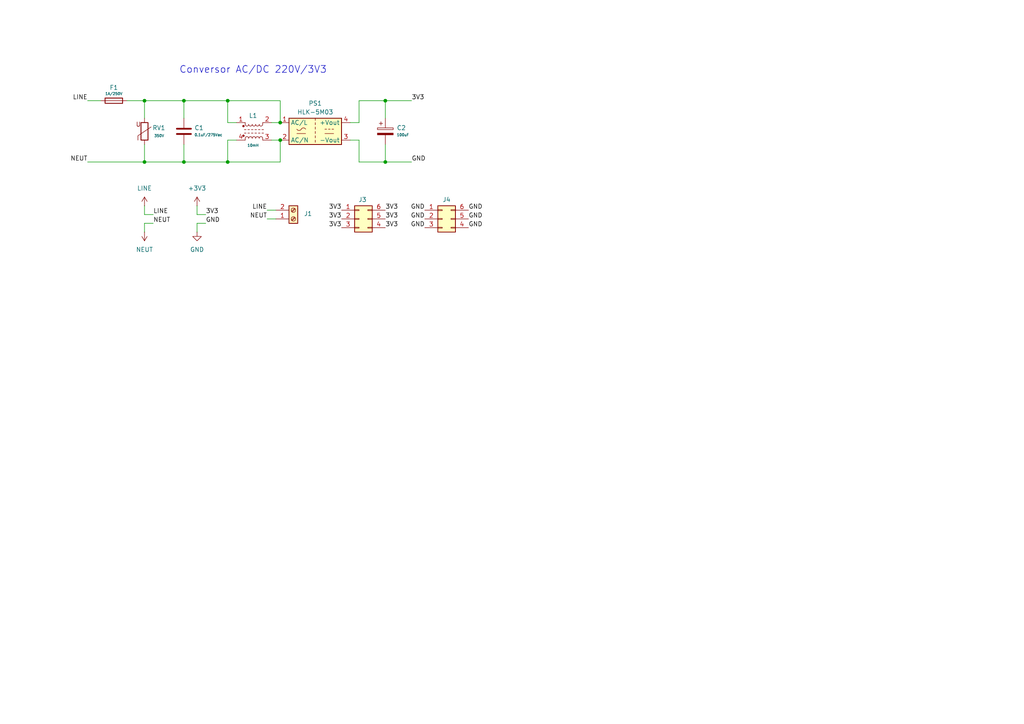
<source format=kicad_sch>
(kicad_sch (version 20231120) (generator "eeschema") (generator_version "8.0")
  (paper "A4")
  (lib_symbols
    (symbol "Connector:Screw_Terminal_01x02" (pin_names (offset 1.016) hide)
      (property "Reference" "J" (at 0 2.54 0))
      (property "Value" "Screw_Terminal_01x02" (at 0 -5.08 0))
      (symbol "Screw_Terminal_01x02_1_1"
        (rectangle (start -1.27 1.27) (end 1.27 -3.81) (stroke (width 0.254)) (fill (type background)))
        (circle (center 0 -2.54) (radius 0.635) (stroke (width 0.1524)))
        (polyline (pts (xy -0.5334 -2.2098) (xy 0.3302 -3.048)) (stroke (width 0.1524)))
        (polyline (pts (xy -0.5334 0.3302) (xy 0.3302 -0.508)) (stroke (width 0.1524)))
        (polyline (pts (xy -0.3556 -2.032) (xy 0.508 -2.8702)) (stroke (width 0.1524)))
        (polyline (pts (xy -0.3556 0.508) (xy 0.508 -0.3302)) (stroke (width 0.1524)))
        (circle (center 0 0) (radius 0.635) (stroke (width 0.1524)))
        (pin passive line (at -5.08 0 0) (length 3.81) (name "Pin_1") (number "1"))
        (pin passive line (at -5.08 -2.54 0) (length 3.81) (name "Pin_2") (number "2"))
      )
    )
    (symbol "Connector_Generic:Conn_02x03_Counter_Clockwise" (pin_names (offset 1.016) hide)
      (property "Reference" "J" (at 1.27 5.08 0))
      (property "Value" "Conn_02x03_Counter_Clockwise" (at 1.27 -5.08 0))
      (symbol "Conn_02x03_Counter_Clockwise_1_1"
        (rectangle (start -1.27 -2.413) (end 0 -2.667) (stroke (width 0.1524)))
        (rectangle (start -1.27 0.127) (end 0 -0.127) (stroke (width 0.1524)))
        (rectangle (start -1.27 2.667) (end 0 2.413) (stroke (width 0.1524)))
        (rectangle (start -1.27 3.81) (end 3.81 -3.81) (stroke (width 0.254)) (fill (type background)))
        (rectangle (start 3.81 -2.413) (end 2.54 -2.667) (stroke (width 0.1524)))
        (rectangle (start 3.81 0.127) (end 2.54 -0.127) (stroke (width 0.1524)))
        (rectangle (start 3.81 2.667) (end 2.54 2.413) (stroke (width 0.1524)))
        (pin passive line (at -5.08 2.54 0) (length 3.81) (name "Pin_1") (number "1"))
        (pin passive line (at -5.08 0 0) (length 3.81) (name "Pin_2") (number "2"))
        (pin passive line (at -5.08 -2.54 0) (length 3.81) (name "Pin_3") (number "3"))
        (pin passive line (at 7.62 -2.54 180) (length 3.81) (name "Pin_4") (number "4"))
        (pin passive line (at 7.62 0 180) (length 3.81) (name "Pin_5") (number "5"))
        (pin passive line (at 7.62 2.54 180) (length 3.81) (name "Pin_6") (number "6"))
      )
    )
    (symbol "Converter_ACDC:HLK-5M03"
      (property "Reference" "PS" (at 0 5.08 0))
      (property "Value" "HLK-5M03" (at 0 -5.08 0))
      (symbol "HLK-5M03_0_1"
        (rectangle (start -7.62 3.81) (end 7.62 -3.81) (stroke (width 0.254)) (fill (type background)))
        (arc (start -5.334 0.635) (mid -4.699 0.2495) (end -4.064 0.635))
        (arc (start -2.794 0.635) (mid -3.429 1.0072) (end -4.064 0.635))
        (polyline (pts (xy -5.334 -0.635) (xy -2.794 -0.635)))
        (polyline (pts (xy 0 -2.54) (xy 0 -3.175)))
        (polyline (pts (xy 0 -1.27) (xy 0 -1.905)))
        (polyline (pts (xy 0 0) (xy 0 -0.635)))
        (polyline (pts (xy 0 1.27) (xy 0 0.635)))
        (polyline (pts (xy 0 2.54) (xy 0 1.905)))
        (polyline (pts (xy 0 3.81) (xy 0 3.175)))
        (polyline (pts (xy 2.794 -0.635) (xy 5.334 -0.635)))
        (polyline (pts (xy 2.794 0.635) (xy 3.302 0.635)))
        (polyline (pts (xy 3.81 0.635) (xy 4.318 0.635)))
        (polyline (pts (xy 4.826 0.635) (xy 5.334 0.635)))
      )
      (symbol "HLK-5M03_1_1"
        (pin power_in line (at -10.16 2.54 0) (length 2.54) (name "AC/L") (number "1"))
        (pin power_in line (at -10.16 -2.54 0) (length 2.54) (name "AC/N") (number "2"))
        (pin power_out line (at 10.16 -2.54 180) (length 2.54) (name "-Vout") (number "3"))
        (pin power_out line (at 10.16 2.54 180) (length 2.54) (name "+Vout") (number "4"))
      )
    )
    (symbol "Device:C" (pin_numbers hide) (pin_names (offset 0.254))
      (property "Reference" "C" (at 0.635 2.54 0))
      (property "Value" "C" (at 0.635 -2.54 0))
      (symbol "C_0_1"
        (polyline (pts (xy -2.032 -0.762) (xy 2.032 -0.762)) (stroke (width 0.508)))
        (polyline (pts (xy -2.032 0.762) (xy 2.032 0.762)) (stroke (width 0.508)))
      )
      (symbol "C_1_1"
        (pin passive line (at 0 3.81 270) (length 2.794) (name "~") (number "1"))
        (pin passive line (at 0 -3.81 90) (length 2.794) (name "~") (number "2"))
      )
    )
    (symbol "Device:C_Polarized" (pin_numbers hide) (pin_names (offset 0.254))
      (property "Reference" "C" (at 0.635 2.54 0))
      (property "Value" "C_Polarized" (at 0.635 -2.54 0))
      (symbol "C_Polarized_0_1"
        (rectangle (start -2.286 0.508) (end 2.286 1.016))
        (polyline (pts (xy -1.778 2.286) (xy -0.762 2.286)))
        (polyline (pts (xy -1.27 2.794) (xy -1.27 1.778)))
        (rectangle (start 2.286 -0.508) (end -2.286 -1.016) (fill (type outline)))
      )
      (symbol "C_Polarized_1_1"
        (pin passive line (at 0 3.81 270) (length 2.794) (name "~") (number "1"))
        (pin passive line (at 0 -3.81 90) (length 2.794) (name "~") (number "2"))
      )
    )
    (symbol "Device:Fuse" (pin_numbers hide) (pin_names (offset 0))
      (property "Reference" "F" (at 2.032 0 90))
      (property "Value" "Fuse" (at -1.905 0 90))
      (symbol "Fuse_0_1"
        (rectangle (start -0.762 -2.54) (end 0.762 2.54) (stroke (width 0.254)))
        (polyline (pts (xy 0 2.54) (xy 0 -2.54)))
      )
      (symbol "Fuse_1_1"
        (pin passive line (at 0 3.81 270) (length 1.27) (name "~") (number "1"))
        (pin passive line (at 0 -3.81 90) (length 1.27) (name "~") (number "2"))
      )
    )
    (symbol "Device:L_Ferrite_Coupled_1243" (pin_names (offset 0.254) hide)
      (property "Reference" "L" (at 0 4.445 0))
      (property "Value" "L_Ferrite_Coupled_1243" (at 0 -4.445 0))
      (symbol "L_Ferrite_Coupled_1243_0_1"
        (circle (center -3.048 -1.27) (radius 0.254) (fill (type outline)))
        (circle (center -3.048 1.524) (radius 0.254) (fill (type outline)))
        (arc (start -2.54 2.032) (mid -2.032 1.5262) (end -1.524 2.032))
        (arc (start -1.524 -2.032) (mid -2.032 -1.5262) (end -2.54 -2.032))
        (arc (start -1.524 2.032) (mid -1.016 1.5262) (end -0.508 2.032))
        (arc (start -0.508 -2.032) (mid -1.016 -1.5262) (end -1.524 -2.032))
        (arc (start -0.508 2.032) (mid 0 1.5262) (end 0.508 2.032))
        (polyline (pts (xy -2.794 -0.508) (xy -2.286 -0.508)))
        (polyline (pts (xy -2.794 0.508) (xy -2.286 0.508)))
        (polyline (pts (xy -2.54 -2.032) (xy -2.54 -2.54)))
        (polyline (pts (xy -2.54 2.032) (xy -2.54 2.54)))
        (polyline (pts (xy -1.778 -0.508) (xy -1.27 -0.508)))
        (polyline (pts (xy -1.778 0.508) (xy -1.27 0.508)))
        (polyline (pts (xy -0.762 -0.508) (xy -0.254 -0.508)))
        (polyline (pts (xy -0.762 0.508) (xy -0.254 0.508)))
        (polyline (pts (xy 0.254 -0.508) (xy 0.762 -0.508)))
        (polyline (pts (xy 0.254 0.508) (xy 0.762 0.508)))
        (polyline (pts (xy 1.27 -0.508) (xy 1.778 -0.508)))
        (polyline (pts (xy 1.27 0.508) (xy 1.778 0.508)))
        (polyline (pts (xy 2.286 -0.508) (xy 2.794 -0.508)))
        (polyline (pts (xy 2.286 0.508) (xy 2.794 0.508)))
        (polyline (pts (xy 2.54 -2.032) (xy 2.54 -2.54)))
        (polyline (pts (xy 2.54 2.54) (xy 2.54 2.032)))
        (arc (start 0.508 -2.032) (mid 0 -1.5262) (end -0.508 -2.032))
        (arc (start 0.508 2.032) (mid 1.016 1.5262) (end 1.524 2.032))
        (arc (start 1.524 -2.032) (mid 1.016 -1.5262) (end 0.508 -2.032))
        (arc (start 1.524 2.032) (mid 2.032 1.5262) (end 2.54 2.032))
        (arc (start 2.54 -2.032) (mid 2.032 -1.5262) (end 1.524 -2.032))
      )
      (symbol "L_Ferrite_Coupled_1243_1_1"
        (pin passive line (at -5.08 2.54 0) (length 2.54) (name "1") (number "1"))
        (pin passive line (at 5.08 2.54 180) (length 2.54) (name "2") (number "2"))
        (pin passive line (at 5.08 -2.54 180) (length 2.54) (name "3") (number "3"))
        (pin passive line (at -5.08 -2.54 0) (length 2.54) (name "4") (number "4"))
      )
    )
    (symbol "Device:Varistor" (pin_numbers hide) (pin_names (offset 0))
      (property "Reference" "RV" (at 3.175 0 90))
      (property "Value" "Varistor" (at -3.175 0 90))
      (symbol "Varistor_0_0"
        (text "U" (at -1.778 -2.032 0) (effects (font (size 1.27 1.27))))
      )
      (symbol "Varistor_0_1"
        (rectangle (start -1.016 -2.54) (end 1.016 2.54) (stroke (width 0.254)))
        (polyline (pts (xy -1.905 2.54) (xy -1.905 1.27) (xy 1.905 -1.27)))
      )
      (symbol "Varistor_1_1"
        (pin passive line (at 0 3.81 270) (length 1.27) (name "~") (number "1"))
        (pin passive line (at 0 -3.81 90) (length 1.27) (name "~") (number "2"))
      )
    )
    (symbol "power:+3V3" (power) (pin_numbers hide) (pin_names (offset 0) hide)
      (property "Value" "+3V3" (at 0 3.556 0))
      (symbol "+3V3_0_1"
        (polyline (pts (xy -0.762 1.27) (xy 0 2.54)))
        (polyline (pts (xy 0 0) (xy 0 2.54)))
        (polyline (pts (xy 0 2.54) (xy 0.762 1.27)))
      )
      (symbol "+3V3_1_1"
        (pin power_in line (at 0 0 90) (length 0) (name "~") (number "1"))
      )
    )
    (symbol "power:GND" (power) (pin_numbers hide) (pin_names (offset 0) hide)
      (property "Value" "GND" (at 0 -3.81 0))
      (symbol "GND_0_1"
        (polyline (pts (xy 0 0) (xy 0 -1.27) (xy 1.27 -1.27) (xy 0 -2.54) (xy -1.27 -1.27) (xy 0 -1.27)))
      )
      (symbol "GND_1_1"
        (pin power_in line (at 0 0 270) (length 0) (name "~") (number "1"))
      )
    )
    (symbol "power:LINE" (power) (pin_numbers hide) (pin_names (offset 0) hide)
      (property "Value" "LINE" (at 0 3.556 0))
      (symbol "LINE_0_1"
        (polyline (pts (xy -0.762 1.27) (xy 0 2.54)))
        (polyline (pts (xy 0 0) (xy 0 2.54)))
        (polyline (pts (xy 0 2.54) (xy 0.762 1.27)))
      )
      (symbol "LINE_1_1"
        (pin power_in line (at 0 0 90) (length 0) (name "~") (number "1"))
      )
    )
    (symbol "power:NEUT" (power) (pin_numbers hide) (pin_names (offset 0) hide)
      (property "Value" "NEUT" (at 0 3.556 0))
      (symbol "NEUT_0_1"
        (polyline (pts (xy -0.762 1.27) (xy 0 2.54)))
        (polyline (pts (xy 0 0) (xy 0 2.54)))
        (polyline (pts (xy 0 2.54) (xy 0.762 1.27)))
      )
      (symbol "NEUT_1_1"
        (pin power_in line (at 0 0 90) (length 0) (name "~") (number "1"))
      )
    )
  )
  (junction (at 111.76 46.99))
  (junction (at 66.04 46.99))
  (junction (at 81.28 35.56))
  (junction (at 53.34 46.99))
  (junction (at 41.91 29.21))
  (junction (at 81.28 40.64))
  (junction (at 41.91 46.99))
  (junction (at 66.04 29.21))
  (junction (at 53.34 29.21))
  (junction (at 111.76 29.21))
  (wire (pts (xy 66.04 40.64) (xy 68.58 40.64)))
  (wire (pts (xy 111.76 29.21) (xy 119.38 29.21)))
  (wire (pts (xy 77.47 63.5) (xy 80.01 63.5)))
  (wire (pts (xy 41.91 29.21) (xy 41.91 34.29)))
  (wire (pts (xy 53.34 29.21) (xy 53.34 34.29)))
  (wire (pts (xy 59.69 62.23) (xy 57.15 62.23)))
  (wire (pts (xy 25.4 29.21) (xy 29.21 29.21)))
  (wire (pts (xy 104.14 40.64) (xy 101.6 40.64)))
  (wire (pts (xy 41.91 64.77) (xy 41.91 67.31)))
  (wire (pts (xy 44.45 62.23) (xy 41.91 62.23)))
  (wire (pts (xy 41.91 29.21) (xy 53.34 29.21)))
  (wire (pts (xy 25.4 46.99) (xy 41.91 46.99)))
  (wire (pts (xy 111.76 46.99) (xy 111.76 41.91)))
  (wire (pts (xy 66.04 40.64) (xy 66.04 46.99)))
  (wire (pts (xy 53.34 41.91) (xy 53.34 46.99)))
  (wire (pts (xy 36.83 29.21) (xy 41.91 29.21)))
  (wire (pts (xy 59.69 64.77) (xy 57.15 64.77)))
  (wire (pts (xy 66.04 46.99) (xy 81.28 46.99)))
  (wire (pts (xy 66.04 35.56) (xy 66.04 29.21)))
  (wire (pts (xy 77.47 60.96) (xy 80.01 60.96)))
  (wire (pts (xy 66.04 35.56) (xy 68.58 35.56)))
  (wire (pts (xy 44.45 64.77) (xy 41.91 64.77)))
  (wire (pts (xy 104.14 29.21) (xy 111.76 29.21)))
  (wire (pts (xy 111.76 46.99) (xy 119.38 46.99)))
  (wire (pts (xy 41.91 62.23) (xy 41.91 59.69)))
  (wire (pts (xy 78.74 40.64) (xy 81.28 40.64)))
  (wire (pts (xy 66.04 46.99) (xy 53.34 46.99)))
  (wire (pts (xy 57.15 64.77) (xy 57.15 67.31)))
  (wire (pts (xy 104.14 35.56) (xy 101.6 35.56)))
  (wire (pts (xy 81.28 29.21) (xy 81.28 35.56)))
  (wire (pts (xy 66.04 29.21) (xy 81.28 29.21)))
  (wire (pts (xy 104.14 46.99) (xy 111.76 46.99)))
  (wire (pts (xy 66.04 29.21) (xy 53.34 29.21)))
  (wire (pts (xy 104.14 40.64) (xy 104.14 46.99)))
  (wire (pts (xy 41.91 41.91) (xy 41.91 46.99)))
  (wire (pts (xy 111.76 29.21) (xy 111.76 34.29)))
  (wire (pts (xy 104.14 29.21) (xy 104.14 35.56)))
  (wire (pts (xy 57.15 62.23) (xy 57.15 59.69)))
  (wire (pts (xy 41.91 46.99) (xy 53.34 46.99)))
  (wire (pts (xy 78.74 35.56) (xy 81.28 35.56)))
  (wire (pts (xy 81.28 46.99) (xy 81.28 40.64)))
  (text "Conversor AC/DC 220V/3V3" (at 73.406 20.32 0) (effects (font (size 2 2))))
  (label "3V3" (at 111.76 60.96 0))
  (label "NEUT" (at 44.45 64.77 0))
  (label "GND" (at 59.69 64.77 0))
  (label "GND" (at 135.89 63.5 0))
  (label "GND" (at 123.19 66.04 180))
  (label "3V3" (at 111.76 63.5 0))
  (label "3V3" (at 111.76 66.04 0))
  (label "LINE" (at 44.45 62.23 0))
  (label "GND" (at 123.19 63.5 180))
  (label "GND" (at 135.89 60.96 0))
  (label "3V3" (at 99.06 63.5 180))
  (label "LINE" (at 25.4 29.21 180))
  (label "GND" (at 123.19 60.96 180))
  (label "3V3" (at 99.06 66.04 180))
  (label "3V3" (at 59.69 62.23 0))
  (label "GND" (at 119.38 46.99 0))
  (label "NEUT" (at 25.4 46.99 180))
  (label "LINE" (at 77.47 60.96 180))
  (label "3V3" (at 99.06 60.96 180))
  (label "NEUT" (at 77.47 63.5 180))
  (label "GND" (at 135.89 66.04 0))
  (label "3V3" (at 119.38 29.21 0))
  (symbol (lib_id "Device:Fuse") (at 33.02 29.21 270) (unit 1)
    (property "Reference" "F1" (at 33.02 25.4 90))
    (property "Value" "1A/250V" (at 33.02 27.178 90) (effects (font (size 0.75 0.75))))
    (property "Footprint" "Connector_PinSocket_2.54mm:PinSocket_1x02_P2.54mm_Vertical" (effects (hide yes)))
    (property "Description" "Fuse" (effects (hide yes)))
  )
  (symbol (lib_id "Device:C") (at 53.34 38.1 0) (unit 1)
    (property "Reference" "C1" (at 56.388 37.084 0) (effects (justify left)))
    (property "Value" "0.1uF/275Vac" (at 56.388 39.116 0) (effects (font (size 0.75 0.75)) (justify left)))
    (property "Footprint" "Capacitor_THT:C_Rect_L24.0mm_W10.1mm_P22.50mm_MKT" (effects (hide yes)))
    (property "Description" "Unpolarized capacitor" (effects (hide yes)))
  )
  (symbol (lib_id "Device:L_Ferrite_Coupled_1243") (at 73.66 38.1 0) (unit 1)
    (property "Reference" "L1" (at 73.406 33.528 0))
    (property "Value" "10mH" (at 73.406 42.164 0) (effects (font (size 0.75 0.75))))
    (property "Footprint" "Inductor_THT:L_CommonMode_Toroid_Vertical_L19.3mm_W10.8mm_Px6.35mm_Py15.24mm_Bourns_8100" (effects (hide yes)))
    (property "Description" "Coupled inductor with ferrite core" (effects (hide yes)))
  )
  (symbol (lib_id "power:GND") (at 57.15 67.31 0) (unit 1)
    (property "Reference" "#PWR04" (effects (hide yes)))
    (property "Value" "GND" (at 57.15 72.39 0))
    (property "Description" "Power symbol creates a global label with name \"GND\" , ground" (effects (hide yes)))
  )
  (symbol (lib_id "Connector_Generic:Conn_02x03_Counter_Clockwise") (at 104.14 63.5 0) (unit 1)
    (property "Reference" "J3" (at 105.156 57.912 0))
    (property "Value" "Conn_02x03_Counter_Clockwise" (effects (hide yes)))
    (property "Footprint" "Connector_PinSocket_2.54mm:PinSocket_2x03_P2.54mm_Vertical" (effects (hide yes)))
    (property "Description" "Generic connector, double row, 02x03, counter clockwise pin numbering scheme (similar to DIP package numbering), script generated (kicad-library-utils/schlib/autogen/connector/)" (effects (hide yes)))
  )
  (symbol (lib_id "Device:C_Polarized") (at 111.76 38.1 0) (unit 1)
    (property "Reference" "C2" (at 115.062 37.084 0) (effects (justify left)))
    (property "Value" "100uF" (at 115.062 39.116 0) (effects (font (size 0.75 0.75)) (justify left)))
    (property "Footprint" "Capacitor_THT:CP_Radial_D6.3mm_P2.50mm" (effects (hide yes)))
    (property "Description" "Polarized capacitor" (effects (hide yes)))
  )
  (symbol (lib_id "Device:Varistor") (at 41.91 38.1 0) (mirror x) (unit 1)
    (property "Reference" "RV1" (at 44.196 37.084 0) (effects (justify left)))
    (property "Value" "350V" (at 44.704 39.37 0) (effects (font (size 0.75 0.75)) (justify left)))
    (property "Footprint" "Varistor:RV_Disc_D12mm_W5mm_P7.5mm" (effects (hide yes)))
    (property "Description" "Voltage dependent resistor" (effects (hide yes)))
    (property "Sim.Name" "kicad_builtin_varistor" (effects (hide yes)))
    (property "Sim.Device" "SUBCKT" (effects (hide yes)))
    (property "Sim.Pins" "1=A 2=B" (effects (hide yes)))
    (property "Sim.Params" "threshold=1k" (effects (hide yes)))
    (property "Sim.Library" "${KICAD7_SYMBOL_DIR}/Simulation_SPICE.sp" (effects (hide yes)))
  )
  (symbol (lib_id "Converter_ACDC:HLK-5M03") (at 91.44 38.1 0) (unit 1)
    (property "Reference" "PS1" (at 91.44 29.972 0))
    (property "Value" "HLK-5M03" (at 91.44 32.512 0))
    (property "Footprint" "Converter_ACDC:Converter_ACDC_Hi-Link_HLK-5Mxx" (effects (hide yes)))
    (property "Datasheet" "http://h.hlktech.com/download/ACDC%E7%94%B5%E6%BA%90%E6%A8%A1%E5%9D%975W%E7%B3%BB%E5%88%97/1/%E6%B5%B7%E5%87%8C%E7%A7%915W%E7%B3%BB%E5%88%97%E7%94%B5%E6%BA%90%E6%A8%A1%E5%9D%97%E8%A7%84%E6%A0%BC%E4%B9%A6V2.8.pdf" (effects (hide yes)))
    (property "Description" "Compact AC/DC board mount power module 5W, 3.3V 1.5A" (effects (hide yes)))
  )
  (symbol (lib_id "Connector:Screw_Terminal_01x02") (at 85.09 63.5 0) (mirror x) (unit 1)
    (property "Reference" "J1" (at 88.138 61.976 0) (effects (justify left)))
    (property "Value" "Screw_Terminal_01x02" (effects (hide yes)))
    (property "Footprint" "1_Custom_Library:1x2P_5.00_Screw_Terminal_Block" (effects (hide yes)))
    (property "Description" "Generic screw terminal, single row, 01x02, script generated (kicad-library-utils/schlib/autogen/connector/)" (effects (hide yes)))
  )
  (symbol (lib_id "power:NEUT") (at 41.91 67.31 180) (unit 1)
    (property "Reference" "#PWR02" (effects (hide yes)))
    (property "Value" "NEUT" (at 41.91 72.39 0))
    (property "Description" "Power symbol creates a global label with name \"NEUT\"" (effects (hide yes)))
  )
  (symbol (lib_id "power:+3V3") (at 57.15 59.69 0) (unit 1)
    (property "Reference" "#PWR03" (effects (hide yes)))
    (property "Value" "+3V3" (at 57.15 54.61 0))
    (property "Description" "Power symbol creates a global label with name \"+3V3\"" (effects (hide yes)))
  )
  (symbol (lib_id "power:LINE") (at 41.91 59.69 0) (unit 1)
    (property "Reference" "#PWR01" (effects (hide yes)))
    (property "Value" "LINE" (at 41.91 54.61 0))
    (property "Description" "Power symbol creates a global label with name \"LINE\"" (effects (hide yes)))
  )
  (symbol (lib_id "Connector_Generic:Conn_02x03_Counter_Clockwise") (at 128.27 63.5 0) (unit 1)
    (property "Reference" "J4" (at 129.54 57.912 0))
    (property "Value" "Conn_02x03_Counter_Clockwise" (effects (hide yes)))
    (property "Footprint" "Connector_PinSocket_2.54mm:PinSocket_2x03_P2.54mm_Vertical" (effects (hide yes)))
    (property "Description" "Generic connector, double row, 02x03, counter clockwise pin numbering scheme (similar to DIP package numbering), script generated (kicad-library-utils/schlib/autogen/connector/)" (effects (hide yes)))
  )
)
</source>
